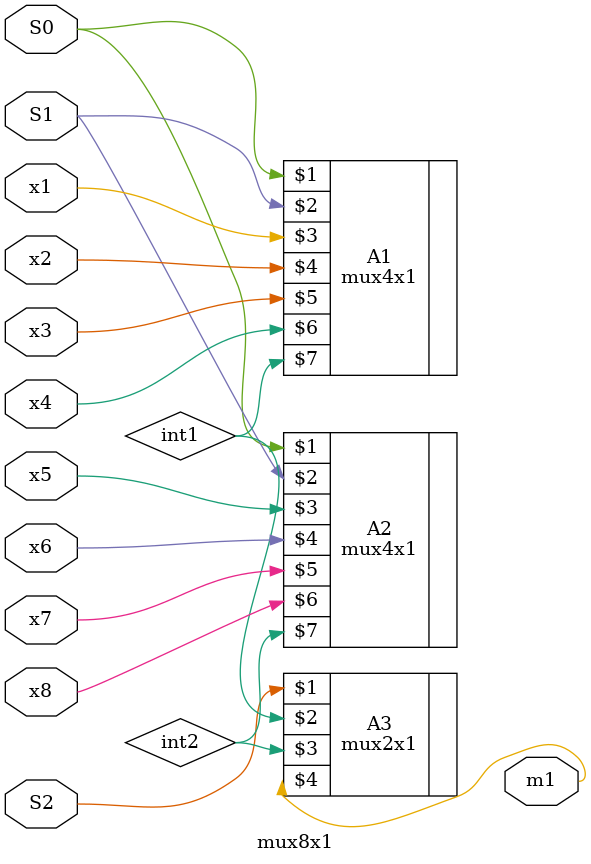
<source format=v>
`timescale 1ns / 1ps
module mux8x1(
    input S0,
    input S1,
    input S2,
    input x1,
    input x2,
    input x3,
    input x4,
    input x5,
    input x6,
    input x7,
    input x8,
    output m1
    );
	 
	 mux4x1 A1(S0, S1, x1, x2, x3, x4, int1);
	 mux4x1 A2(S0, S1, x5, x6, x7, x8, int2);
	 mux2x1 A3(S2, int1, int2, m1); 



endmodule

</source>
